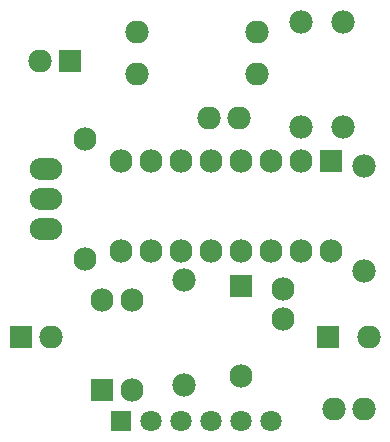
<source format=gbs>
%FSLAX24Y24*%
%MOIN*%
G70*
G01*
G75*
G04 Layer_Color=16711935*
%ADD10C,0.0394*%
%ADD11C,0.0700*%
%ADD12C,0.0630*%
%ADD13R,0.0630X0.0630*%
%ADD14R,0.0691X0.0694*%
%ADD15O,0.0691X0.0694*%
%ADD16R,0.0694X0.0691*%
%ADD17O,0.0694X0.0691*%
%ADD18O,0.1000X0.0660*%
%ADD19C,0.0079*%
%ADD20C,0.0100*%
%ADD21C,0.0150*%
%ADD22C,0.0070*%
%ADD23C,0.0050*%
%ADD24R,0.1260X0.0200*%
%ADD25C,0.0780*%
%ADD26C,0.0710*%
%ADD27R,0.0710X0.0710*%
%ADD28R,0.0771X0.0774*%
%ADD29O,0.0771X0.0774*%
%ADD30R,0.0774X0.0771*%
%ADD31O,0.0774X0.0771*%
%ADD32O,0.1080X0.0740*%
D25*
X12231Y5488D02*
D03*
Y8988D02*
D03*
X6231Y1688D02*
D03*
Y5188D02*
D03*
X10131Y10288D02*
D03*
Y13788D02*
D03*
X11531Y10288D02*
D03*
Y13788D02*
D03*
D26*
X9131Y488D02*
D03*
X8131D02*
D03*
X7131D02*
D03*
X6131D02*
D03*
X5131D02*
D03*
D27*
X4131D02*
D03*
D28*
X11131Y9154D02*
D03*
X3482Y1512D02*
D03*
X8131Y4988D02*
D03*
D29*
X10131Y9154D02*
D03*
X9131D02*
D03*
X8131D02*
D03*
X7131D02*
D03*
X6131D02*
D03*
X5131D02*
D03*
X4131D02*
D03*
X11131Y6154D02*
D03*
X10131D02*
D03*
X9131D02*
D03*
X8131D02*
D03*
X7131D02*
D03*
X6131D02*
D03*
X5131D02*
D03*
X4131D02*
D03*
X4482Y1512D02*
D03*
Y4512D02*
D03*
X3482D02*
D03*
X2931Y9896D02*
D03*
Y5880D02*
D03*
X9531Y3888D02*
D03*
Y4888D02*
D03*
X8131Y1988D02*
D03*
D30*
X782Y3287D02*
D03*
X2431Y12488D02*
D03*
X11003Y3288D02*
D03*
D31*
X1782Y3287D02*
D03*
X1431Y12488D02*
D03*
X8666Y13435D02*
D03*
X4650D02*
D03*
Y12035D02*
D03*
X8666D02*
D03*
X7059Y10575D02*
D03*
X8059D02*
D03*
X12381Y3288D02*
D03*
X12231Y888D02*
D03*
X11231D02*
D03*
D32*
X1631Y6888D02*
D03*
Y7888D02*
D03*
Y8888D02*
D03*
M02*

</source>
